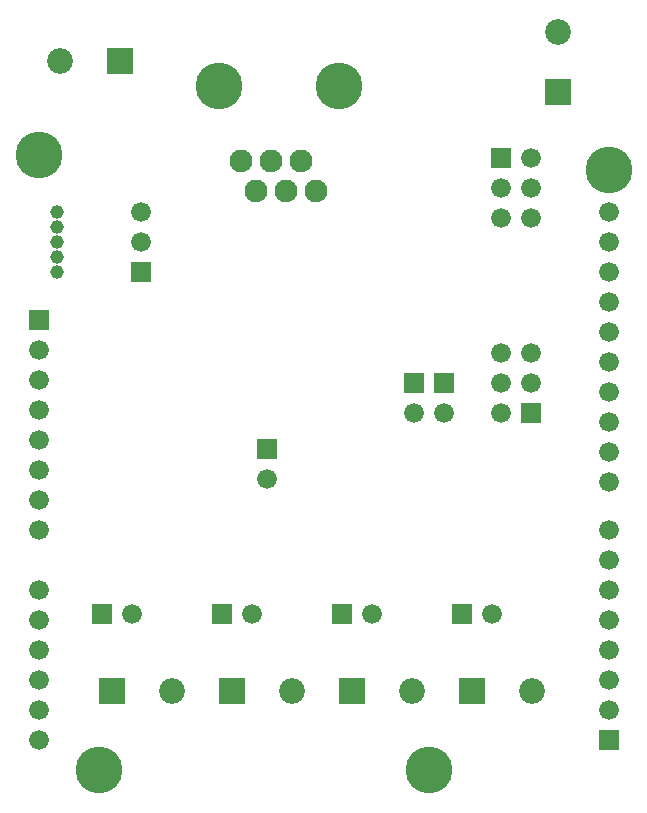
<source format=gbr>
G04 start of page 7 for group -4062 idx -4062 *
G04 Title: (unknown), soldermask *
G04 Creator: pcb 20110918 *
G04 CreationDate: Sat 02 Feb 2013 09:04:15 PM GMT UTC *
G04 For: petersen *
G04 Format: Gerber/RS-274X *
G04 PCB-Dimensions: 210000 270000 *
G04 PCB-Coordinate-Origin: lower left *
%MOIN*%
%FSLAX25Y25*%
%LNBOTTOMMASK*%
%ADD69C,0.0760*%
%ADD68C,0.0460*%
%ADD67C,0.0860*%
%ADD66C,0.0001*%
%ADD65C,0.0660*%
%ADD64C,0.1560*%
G54D64*X200000Y210000D03*
G54D65*Y70000D03*
Y80000D03*
Y90000D03*
Y106000D03*
Y116000D03*
Y126000D03*
Y136000D03*
Y146000D03*
Y156000D03*
Y166000D03*
Y186000D03*
Y196000D03*
G54D66*G36*
X160700Y217300D02*Y210700D01*
X167300D01*
Y217300D01*
X160700D01*
G37*
G54D65*X174000Y214000D03*
G54D66*G36*
X178700Y240300D02*Y231700D01*
X187300D01*
Y240300D01*
X178700D01*
G37*
G54D67*X183000Y256000D03*
G54D65*X164000Y204000D03*
X174000D03*
X164000Y194000D03*
X174000D03*
G54D64*X140000Y10000D03*
G54D66*G36*
X110200Y40800D02*Y32200D01*
X118800D01*
Y40800D01*
X110200D01*
G37*
G54D67*X134500Y36500D03*
G54D66*G36*
X196700Y23300D02*Y16700D01*
X203300D01*
Y23300D01*
X196700D01*
G37*
G54D65*X200000Y30000D03*
Y40000D03*
Y50000D03*
Y60000D03*
G54D66*G36*
X150200Y40800D02*Y32200D01*
X158800D01*
Y40800D01*
X150200D01*
G37*
G36*
X107700Y65300D02*Y58700D01*
X114300D01*
Y65300D01*
X107700D01*
G37*
G54D65*X121000Y62000D03*
G54D66*G36*
X147700Y65300D02*Y58700D01*
X154300D01*
Y65300D01*
X147700D01*
G37*
G54D65*X161000Y62000D03*
X200000Y176000D03*
G54D67*X174500Y36500D03*
G54D66*G36*
X170700Y132300D02*Y125700D01*
X177300D01*
Y132300D01*
X170700D01*
G37*
G54D65*X174000Y139000D03*
Y149000D03*
G54D66*G36*
X131700Y142300D02*Y135700D01*
X138300D01*
Y142300D01*
X131700D01*
G37*
G54D65*X135000Y129000D03*
G54D66*G36*
X141700Y142300D02*Y135700D01*
X148300D01*
Y142300D01*
X141700D01*
G37*
G54D65*X145000Y129000D03*
X164000D03*
Y139000D03*
Y149000D03*
G54D64*X30000Y10000D03*
G54D65*X10000Y60000D03*
G54D66*G36*
X67700Y65300D02*Y58700D01*
X74300D01*
Y65300D01*
X67700D01*
G37*
G54D65*X81000Y62000D03*
G54D66*G36*
X27700Y65300D02*Y58700D01*
X34300D01*
Y65300D01*
X27700D01*
G37*
G54D65*X41000Y62000D03*
X10000Y50000D03*
Y40000D03*
Y30000D03*
Y20000D03*
G54D66*G36*
X70200Y40800D02*Y32200D01*
X78800D01*
Y40800D01*
X70200D01*
G37*
G36*
X30200D02*Y32200D01*
X38800D01*
Y40800D01*
X30200D01*
G37*
G54D67*X54500Y36500D03*
X94500D03*
G54D64*X10000Y215000D03*
G54D68*X16000Y196000D03*
G54D65*X10000Y110000D03*
Y100000D03*
Y90000D03*
G54D66*G36*
X6700Y163300D02*Y156700D01*
X13300D01*
Y163300D01*
X6700D01*
G37*
G54D65*X10000Y150000D03*
Y140000D03*
Y130000D03*
Y120000D03*
G54D68*X16000Y191000D03*
G54D66*G36*
X32700Y250800D02*Y242200D01*
X41300D01*
Y250800D01*
X32700D01*
G37*
G54D67*X17000Y246500D03*
G54D68*X16000Y186000D03*
Y181000D03*
G54D65*X10000Y70000D03*
G54D68*X16000Y176000D03*
G54D66*G36*
X40700Y179300D02*Y172700D01*
X47300D01*
Y179300D01*
X40700D01*
G37*
G36*
X82700Y120300D02*Y113700D01*
X89300D01*
Y120300D01*
X82700D01*
G37*
G54D65*X86000Y107000D03*
G54D69*X102500Y203000D03*
X97500Y213000D03*
X92500Y203000D03*
X87500Y213000D03*
X82500Y203000D03*
X77500Y213000D03*
G54D64*X70000Y238000D03*
X110000D03*
G54D65*X44000Y186000D03*
Y196000D03*
M02*

</source>
